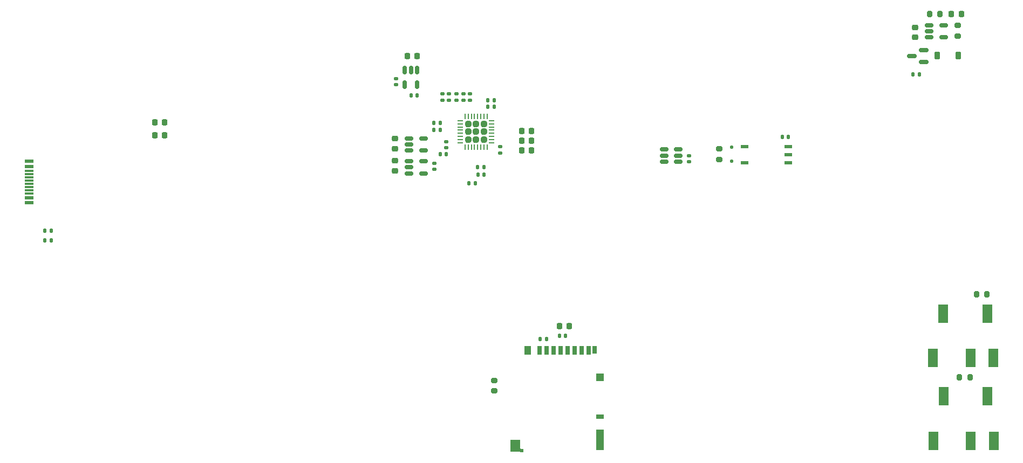
<source format=gtp>
%TF.GenerationSoftware,KiCad,Pcbnew,8.0.0*%
%TF.CreationDate,2024-12-30T19:36:06+01:00*%
%TF.ProjectId,teensyAudioMidi,7465656e-7379-4417-9564-696f4d696469,rev?*%
%TF.SameCoordinates,Original*%
%TF.FileFunction,Paste,Top*%
%TF.FilePolarity,Positive*%
%FSLAX46Y46*%
G04 Gerber Fmt 4.6, Leading zero omitted, Abs format (unit mm)*
G04 Created by KiCad (PCBNEW 8.0.0) date 2024-12-30 19:36:06*
%MOMM*%
%LPD*%
G01*
G04 APERTURE LIST*
G04 Aperture macros list*
%AMRoundRect*
0 Rectangle with rounded corners*
0 $1 Rounding radius*
0 $2 $3 $4 $5 $6 $7 $8 $9 X,Y pos of 4 corners*
0 Add a 4 corners polygon primitive as box body*
4,1,4,$2,$3,$4,$5,$6,$7,$8,$9,$2,$3,0*
0 Add four circle primitives for the rounded corners*
1,1,$1+$1,$2,$3*
1,1,$1+$1,$4,$5*
1,1,$1+$1,$6,$7*
1,1,$1+$1,$8,$9*
0 Add four rect primitives between the rounded corners*
20,1,$1+$1,$2,$3,$4,$5,0*
20,1,$1+$1,$4,$5,$6,$7,0*
20,1,$1+$1,$6,$7,$8,$9,0*
20,1,$1+$1,$8,$9,$2,$3,0*%
%AMRotRect*
0 Rectangle, with rotation*
0 The origin of the aperture is its center*
0 $1 length*
0 $2 width*
0 $3 Rotation angle, in degrees counterclockwise*
0 Add horizontal line*
21,1,$1,$2,0,0,$3*%
G04 Aperture macros list end*
%ADD10RoundRect,0.225000X0.225000X0.375000X-0.225000X0.375000X-0.225000X-0.375000X0.225000X-0.375000X0*%
%ADD11RoundRect,0.140000X-0.140000X-0.170000X0.140000X-0.170000X0.140000X0.170000X-0.140000X0.170000X0*%
%ADD12RoundRect,0.200000X-0.275000X0.200000X-0.275000X-0.200000X0.275000X-0.200000X0.275000X0.200000X0*%
%ADD13RoundRect,0.140000X0.170000X-0.140000X0.170000X0.140000X-0.170000X0.140000X-0.170000X-0.140000X0*%
%ADD14RoundRect,0.135000X-0.135000X-0.185000X0.135000X-0.185000X0.135000X0.185000X-0.135000X0.185000X0*%
%ADD15RoundRect,0.225000X0.225000X0.250000X-0.225000X0.250000X-0.225000X-0.250000X0.225000X-0.250000X0*%
%ADD16RoundRect,0.200000X-0.200000X-0.275000X0.200000X-0.275000X0.200000X0.275000X-0.200000X0.275000X0*%
%ADD17R,1.450000X0.600000*%
%ADD18R,1.450000X0.300000*%
%ADD19RoundRect,0.135000X-0.185000X0.135000X-0.185000X-0.135000X0.185000X-0.135000X0.185000X0.135000X0*%
%ADD20RoundRect,0.225000X0.250000X-0.225000X0.250000X0.225000X-0.250000X0.225000X-0.250000X-0.225000X0*%
%ADD21RoundRect,0.140000X0.140000X0.170000X-0.140000X0.170000X-0.140000X-0.170000X0.140000X-0.170000X0*%
%ADD22RoundRect,0.140000X-0.170000X0.140000X-0.170000X-0.140000X0.170000X-0.140000X0.170000X0.140000X0*%
%ADD23RoundRect,0.150000X-0.512500X-0.150000X0.512500X-0.150000X0.512500X0.150000X-0.512500X0.150000X0*%
%ADD24RoundRect,0.225000X-0.225000X-0.250000X0.225000X-0.250000X0.225000X0.250000X-0.225000X0.250000X0*%
%ADD25RoundRect,0.218750X-0.218750X-0.256250X0.218750X-0.256250X0.218750X0.256250X-0.218750X0.256250X0*%
%ADD26RoundRect,0.150000X-0.150000X0.512500X-0.150000X-0.512500X0.150000X-0.512500X0.150000X0.512500X0*%
%ADD27RoundRect,0.200000X0.200000X0.275000X-0.200000X0.275000X-0.200000X-0.275000X0.200000X-0.275000X0*%
%ADD28RoundRect,0.225000X-0.250000X0.225000X-0.250000X-0.225000X0.250000X-0.225000X0.250000X0.225000X0*%
%ADD29RoundRect,0.135000X0.135000X0.185000X-0.135000X0.185000X-0.135000X-0.185000X0.135000X-0.185000X0*%
%ADD30RoundRect,0.150000X0.587500X0.150000X-0.587500X0.150000X-0.587500X-0.150000X0.587500X-0.150000X0*%
%ADD31RoundRect,0.125000X-0.125000X0.125000X-0.125000X-0.125000X0.125000X-0.125000X0.125000X0.125000X0*%
%ADD32RoundRect,0.242500X0.242500X-0.242500X0.242500X0.242500X-0.242500X0.242500X-0.242500X-0.242500X0*%
%ADD33RoundRect,0.062500X0.062500X-0.337500X0.062500X0.337500X-0.062500X0.337500X-0.062500X-0.337500X0*%
%ADD34RoundRect,0.062500X0.337500X-0.062500X0.337500X0.062500X-0.337500X0.062500X-0.337500X-0.062500X0*%
%ADD35R,0.700000X1.400000*%
%ADD36R,0.700000X1.200000*%
%ADD37R,1.200000X0.800000*%
%ADD38R,1.500000X1.900000*%
%ADD39RotRect,0.200000X0.200000X45.000000*%
%ADD40R,0.500000X0.500000*%
%ADD41R,1.000000X1.400000*%
%ADD42R,1.200000X1.200000*%
%ADD43R,1.200000X3.200000*%
%ADD44RoundRect,0.200000X0.275000X-0.200000X0.275000X0.200000X-0.275000X0.200000X-0.275000X-0.200000X0*%
%ADD45R,1.208024X0.466344*%
%ADD46R,1.500000X3.000000*%
G04 APERTURE END LIST*
D10*
X180500000Y-33000000D03*
X183800000Y-33000000D03*
D11*
X102500000Y-48500000D03*
X103460000Y-48500000D03*
D12*
X111000000Y-84000000D03*
X111000000Y-85650000D03*
D13*
X95565000Y-37552500D03*
X95565000Y-36592500D03*
D14*
X101480000Y-43540000D03*
X102500000Y-43540000D03*
D15*
X59275000Y-43500000D03*
X57725000Y-43500000D03*
D16*
X186675000Y-70500000D03*
X188325000Y-70500000D03*
D15*
X116830000Y-47850000D03*
X115280000Y-47850000D03*
D17*
X37995000Y-49610000D03*
X37995000Y-50410000D03*
D18*
X37995000Y-51610000D03*
X37995000Y-52610000D03*
X37995000Y-53110000D03*
X37995000Y-54110000D03*
D17*
X37995000Y-55310000D03*
X37995000Y-56110000D03*
X37995000Y-56110000D03*
X37995000Y-55310000D03*
D18*
X37995000Y-54610000D03*
X37995000Y-53610000D03*
X37995000Y-52110000D03*
X37995000Y-51110000D03*
D17*
X37995000Y-50410000D03*
X37995000Y-49610000D03*
D19*
X103920000Y-39000000D03*
X103920000Y-40020000D03*
D20*
X177030000Y-30110000D03*
X177030000Y-28560000D03*
D14*
X101480000Y-44680000D03*
X102500000Y-44680000D03*
D21*
X122180000Y-77020000D03*
X121220000Y-77020000D03*
D22*
X101617500Y-50870000D03*
X101617500Y-49910000D03*
D23*
X137632500Y-47740000D03*
X137632500Y-48690000D03*
X137632500Y-49640000D03*
X139907500Y-49640000D03*
X139907500Y-48690000D03*
X139907500Y-47740000D03*
D11*
X110020000Y-40000000D03*
X110980000Y-40000000D03*
D23*
X97620920Y-49585520D03*
X97620920Y-50535520D03*
X97620920Y-51485520D03*
X99895920Y-51485520D03*
X99895920Y-49585520D03*
D15*
X116845000Y-46310000D03*
X115295000Y-46310000D03*
D24*
X121225000Y-75500000D03*
X122775000Y-75500000D03*
D19*
X106140000Y-39000000D03*
X106140000Y-40020000D03*
X107230000Y-39000000D03*
X107230000Y-40020000D03*
D22*
X111900000Y-47320000D03*
X111900000Y-48280000D03*
D23*
X179255000Y-28205000D03*
X179255000Y-29155000D03*
X179255000Y-30105000D03*
X181530000Y-30105000D03*
X181530000Y-28205000D03*
D11*
X156210000Y-45760000D03*
X157170000Y-45760000D03*
D25*
X182742500Y-26460000D03*
X184317500Y-26460000D03*
D14*
X40500000Y-60500000D03*
X41520000Y-60500000D03*
D26*
X98880000Y-35285000D03*
X97930000Y-35285000D03*
X96980000Y-35285000D03*
X96980000Y-37560000D03*
X98880000Y-37560000D03*
D27*
X185650000Y-83500000D03*
X184000000Y-83500000D03*
D14*
X40500000Y-62000000D03*
X41520000Y-62000000D03*
D15*
X116840000Y-44790000D03*
X115290000Y-44790000D03*
D28*
X95450000Y-47600000D03*
X95450000Y-46050000D03*
D15*
X59275000Y-45500000D03*
X57725000Y-45500000D03*
D29*
X119240000Y-77500000D03*
X118220000Y-77500000D03*
D22*
X141567500Y-49650000D03*
X141567500Y-48690000D03*
D30*
X176500000Y-33055000D03*
X178375000Y-32105000D03*
X178375000Y-34005000D03*
D19*
X102870000Y-39000000D03*
X102870000Y-40020000D03*
D23*
X99907500Y-46000000D03*
X99907500Y-47900000D03*
X97632500Y-47900000D03*
X97632500Y-46950000D03*
X97632500Y-46000000D03*
D19*
X105050000Y-39000000D03*
X105050000Y-40020000D03*
D31*
X148276528Y-47347164D03*
X148276528Y-49547164D03*
D14*
X177710000Y-35920000D03*
X176690000Y-35920000D03*
D27*
X180965000Y-26460000D03*
X179315000Y-26460000D03*
D15*
X98880000Y-33022500D03*
X97330000Y-33022500D03*
D28*
X95443778Y-49508225D03*
X95443778Y-51058225D03*
D32*
X106960000Y-46150000D03*
X108160000Y-46150000D03*
X109360000Y-46150000D03*
X106960000Y-44950000D03*
X108160000Y-44950000D03*
X109360000Y-44950000D03*
X106960000Y-43750000D03*
X108160000Y-43750000D03*
X109360000Y-43750000D03*
D33*
X106410000Y-47400000D03*
X106910000Y-47400000D03*
X107410000Y-47400000D03*
X107910000Y-47400000D03*
X108410000Y-47400000D03*
X108910000Y-47400000D03*
X109410000Y-47400000D03*
X109910000Y-47400000D03*
D34*
X110610000Y-46700000D03*
X110610000Y-46200000D03*
X110610000Y-45700000D03*
X110610000Y-45200000D03*
X110610000Y-44700000D03*
X110610000Y-44200000D03*
X110610000Y-43700000D03*
X110610000Y-43200000D03*
D33*
X109910000Y-42500000D03*
X109410000Y-42500000D03*
X108910000Y-42500000D03*
X108410000Y-42500000D03*
X107910000Y-42500000D03*
X107410000Y-42500000D03*
X106910000Y-42500000D03*
X106410000Y-42500000D03*
D34*
X105710000Y-43200000D03*
X105710000Y-43700000D03*
X105710000Y-44200000D03*
X105710000Y-44700000D03*
X105710000Y-45200000D03*
X105710000Y-45700000D03*
X105710000Y-46200000D03*
X105710000Y-46700000D03*
D35*
X118125000Y-79300000D03*
X119225000Y-79300000D03*
X120325000Y-79300000D03*
X121425000Y-79300000D03*
X122525000Y-79300000D03*
X123625000Y-79300000D03*
X124725000Y-79300000D03*
X125825000Y-79300000D03*
D36*
X126775000Y-79200000D03*
D37*
X127625000Y-89700000D03*
D38*
X114325000Y-94300000D03*
D39*
X115075000Y-94750000D03*
D40*
X115325000Y-95000000D03*
D41*
X116225000Y-79300000D03*
D42*
X127625000Y-83500000D03*
D43*
X127625000Y-93300000D03*
D11*
X110020000Y-41000000D03*
X110980000Y-41000000D03*
D44*
X183770000Y-29900000D03*
X183770000Y-28250000D03*
D11*
X108400000Y-50520000D03*
X109360000Y-50520000D03*
D22*
X103500000Y-47460000D03*
X103500000Y-46500000D03*
D21*
X98895000Y-39232500D03*
X97935000Y-39232500D03*
D11*
X107040000Y-53000000D03*
X108000000Y-53000000D03*
D12*
X146340000Y-47635000D03*
X146340000Y-49285000D03*
D11*
X108440000Y-51680000D03*
X109400000Y-51680000D03*
D45*
X150276600Y-47320000D03*
X150276600Y-49860000D03*
X157160000Y-49860000D03*
X157160000Y-48590000D03*
X157160000Y-47320000D03*
D46*
X179850000Y-80500000D03*
X189350000Y-80500000D03*
X185750000Y-80500000D03*
X181450000Y-73500000D03*
X188350000Y-73500000D03*
X179900000Y-93500000D03*
X189400000Y-93500000D03*
X185800000Y-93500000D03*
X181500000Y-86500000D03*
X188400000Y-86500000D03*
M02*

</source>
